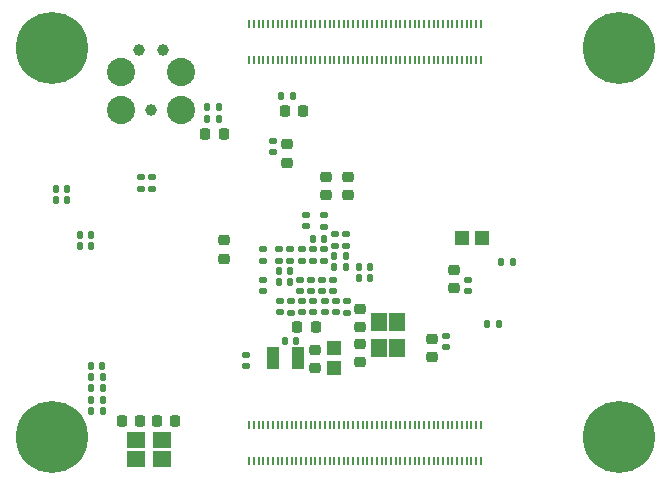
<source format=gbs>
%TF.GenerationSoftware,KiCad,Pcbnew,9.0.6-9.0.6~ubuntu24.04.1*%
%TF.CreationDate,2025-11-03T07:51:59+01:00*%
%TF.ProjectId,BB3plus CM5 STM32H7 module,42423370-6c75-4732-9043-4d352053544d,rev?*%
%TF.SameCoordinates,Original*%
%TF.FileFunction,Soldermask,Bot*%
%TF.FilePolarity,Negative*%
%FSLAX46Y46*%
G04 Gerber Fmt 4.6, Leading zero omitted, Abs format (unit mm)*
G04 Created by KiCad (PCBNEW 9.0.6-9.0.6~ubuntu24.04.1) date 2025-11-03 07:51:59*
%MOMM*%
%LPD*%
G01*
G04 APERTURE LIST*
G04 Aperture macros list*
%AMRoundRect*
0 Rectangle with rounded corners*
0 $1 Rounding radius*
0 $2 $3 $4 $5 $6 $7 $8 $9 X,Y pos of 4 corners*
0 Add a 4 corners polygon primitive as box body*
4,1,4,$2,$3,$4,$5,$6,$7,$8,$9,$2,$3,0*
0 Add four circle primitives for the rounded corners*
1,1,$1+$1,$2,$3*
1,1,$1+$1,$4,$5*
1,1,$1+$1,$6,$7*
1,1,$1+$1,$8,$9*
0 Add four rect primitives between the rounded corners*
20,1,$1+$1,$2,$3,$4,$5,0*
20,1,$1+$1,$4,$5,$6,$7,0*
20,1,$1+$1,$6,$7,$8,$9,0*
20,1,$1+$1,$8,$9,$2,$3,0*%
G04 Aperture macros list end*
%ADD10C,2.387600*%
%ADD11C,0.990600*%
%ADD12C,6.100000*%
%ADD13R,0.200000X0.700000*%
%ADD14RoundRect,0.140000X-0.170000X0.140000X-0.170000X-0.140000X0.170000X-0.140000X0.170000X0.140000X0*%
%ADD15RoundRect,0.102000X-0.700000X0.600000X-0.700000X-0.600000X0.700000X-0.600000X0.700000X0.600000X0*%
%ADD16RoundRect,0.140000X0.170000X-0.140000X0.170000X0.140000X-0.170000X0.140000X-0.170000X-0.140000X0*%
%ADD17RoundRect,0.140000X0.140000X0.170000X-0.140000X0.170000X-0.140000X-0.170000X0.140000X-0.170000X0*%
%ADD18RoundRect,0.140000X-0.140000X-0.170000X0.140000X-0.170000X0.140000X0.170000X-0.140000X0.170000X0*%
%ADD19RoundRect,0.225000X0.225000X0.250000X-0.225000X0.250000X-0.225000X-0.250000X0.225000X-0.250000X0*%
%ADD20RoundRect,0.225000X0.250000X-0.225000X0.250000X0.225000X-0.250000X0.225000X-0.250000X-0.225000X0*%
%ADD21RoundRect,0.225000X-0.250000X0.225000X-0.250000X-0.225000X0.250000X-0.225000X0.250000X0.225000X0*%
%ADD22RoundRect,0.135000X0.135000X0.185000X-0.135000X0.185000X-0.135000X-0.185000X0.135000X-0.185000X0*%
%ADD23RoundRect,0.225000X-0.225000X-0.250000X0.225000X-0.250000X0.225000X0.250000X-0.225000X0.250000X0*%
%ADD24RoundRect,0.135000X0.185000X-0.135000X0.185000X0.135000X-0.185000X0.135000X-0.185000X-0.135000X0*%
%ADD25RoundRect,0.135000X-0.185000X0.135000X-0.185000X-0.135000X0.185000X-0.135000X0.185000X0.135000X0*%
%ADD26RoundRect,0.057252X0.506248X0.556248X-0.506248X0.556248X-0.506248X-0.556248X0.506248X-0.556248X0*%
%ADD27RoundRect,0.048381X-0.459619X-0.891419X0.459619X-0.891419X0.459619X0.891419X-0.459619X0.891419X0*%
%ADD28RoundRect,0.102000X-0.600000X-0.700000X0.600000X-0.700000X0.600000X0.700000X-0.600000X0.700000X0*%
%ADD29RoundRect,0.135000X-0.135000X-0.185000X0.135000X-0.185000X0.135000X0.185000X-0.135000X0.185000X0*%
%ADD30RoundRect,0.057252X-0.556248X0.506248X-0.556248X-0.506248X0.556248X-0.506248X0.556248X0.506248X0*%
G04 APERTURE END LIST*
D10*
%TO.C,X1*%
X103460000Y-80955000D03*
D11*
X106000000Y-80955000D03*
D10*
X108540000Y-80955000D03*
X103460000Y-77780000D03*
X108540000Y-77780000D03*
D11*
X104984000Y-75875000D03*
X107016000Y-75875000D03*
%TD*%
D12*
%TO.C,SoM1*%
X97600000Y-108700000D03*
X145600000Y-108700000D03*
X97600000Y-75700000D03*
X145600000Y-75700000D03*
D13*
X114300000Y-110700000D03*
X114300000Y-107620000D03*
X114700000Y-110700000D03*
X114700000Y-107620000D03*
X115100000Y-110700000D03*
X115100000Y-107620000D03*
X115500000Y-110700000D03*
X115500000Y-107620000D03*
X115900000Y-110700000D03*
X115900000Y-107620000D03*
X116300000Y-110700000D03*
X116300000Y-107620000D03*
X116700000Y-110700000D03*
X116700000Y-107620000D03*
X117100000Y-110700000D03*
X117100000Y-107620000D03*
X117500000Y-110700000D03*
X117500000Y-107620000D03*
X117900000Y-110700000D03*
X117900000Y-107620000D03*
X118300000Y-110700000D03*
X118300000Y-107620000D03*
X118700000Y-110700000D03*
X118700000Y-107620000D03*
X119100000Y-110700000D03*
X119100000Y-107620000D03*
X119500000Y-110700000D03*
X119500000Y-107620000D03*
X119900000Y-110700000D03*
X119900000Y-107620000D03*
X120300000Y-110700000D03*
X120300000Y-107620000D03*
X120700000Y-110700000D03*
X120700000Y-107620000D03*
X121100000Y-110700000D03*
X121100000Y-107620000D03*
X121500000Y-110700000D03*
X121500000Y-107620000D03*
X121900000Y-110700000D03*
X121900000Y-107620000D03*
X122300000Y-110700000D03*
X122300000Y-107620000D03*
X122700000Y-110700000D03*
X122700000Y-107620000D03*
X123100000Y-110700000D03*
X123100000Y-107620000D03*
X123500000Y-110700000D03*
X123500000Y-107620000D03*
X123900000Y-110700000D03*
X123900000Y-107620000D03*
X124300000Y-110700000D03*
X124300000Y-107620000D03*
X124700000Y-110700000D03*
X124700000Y-107620000D03*
X125100000Y-110700000D03*
X125100000Y-107620000D03*
X125500000Y-110700000D03*
X125500000Y-107620000D03*
X125900000Y-110700000D03*
X125900000Y-107620000D03*
X126300000Y-110700000D03*
X126300000Y-107620000D03*
X126700000Y-110700000D03*
X126700000Y-107620000D03*
X127100000Y-110700000D03*
X127100000Y-107620000D03*
X127500000Y-110700000D03*
X127500000Y-107620000D03*
X127900000Y-110700000D03*
X127900000Y-107620000D03*
X128300000Y-110700000D03*
X128300000Y-107620000D03*
X128700000Y-110700000D03*
X128700000Y-107620000D03*
X129100000Y-110700000D03*
X129100000Y-107620000D03*
X129500000Y-110700000D03*
X129500000Y-107620000D03*
X129900000Y-110700000D03*
X129900000Y-107620000D03*
X130300000Y-110700000D03*
X130300000Y-107620000D03*
X130700000Y-110700000D03*
X130700000Y-107620000D03*
X131100000Y-110700000D03*
X131100000Y-107620000D03*
X131500000Y-110700000D03*
X131500000Y-107620000D03*
X131900000Y-110700000D03*
X131900000Y-107620000D03*
X132300000Y-110700000D03*
X132300000Y-107620000D03*
X132700000Y-110700000D03*
X132700000Y-107620000D03*
X133100000Y-110700000D03*
X133100000Y-107620000D03*
X133500000Y-110700000D03*
X133500000Y-107620000D03*
X133900000Y-110700000D03*
X133900000Y-107620000D03*
X114300000Y-76780000D03*
X114300000Y-73700000D03*
X114700000Y-76780000D03*
X114700000Y-73700000D03*
X115100000Y-76780000D03*
X115100000Y-73700000D03*
X115500000Y-76780000D03*
X115500000Y-73700000D03*
X115900000Y-76780000D03*
X115900000Y-73700000D03*
X116300000Y-76780000D03*
X116300000Y-73700000D03*
X116700000Y-76780000D03*
X116700000Y-73700000D03*
X117100000Y-76780000D03*
X117100000Y-73700000D03*
X117500000Y-76780000D03*
X117500000Y-73700000D03*
X117900000Y-76780000D03*
X117900000Y-73700000D03*
X118300000Y-76780000D03*
X118300000Y-73700000D03*
X118700000Y-76780000D03*
X118700000Y-73700000D03*
X119100000Y-76780000D03*
X119100000Y-73700000D03*
X119500000Y-76780000D03*
X119500000Y-73700000D03*
X119900000Y-76780000D03*
X119900000Y-73700000D03*
X120300000Y-76780000D03*
X120300000Y-73700000D03*
X120700000Y-76780000D03*
X120700000Y-73700000D03*
X121100000Y-76780000D03*
X121100000Y-73700000D03*
X121500000Y-76780000D03*
X121500000Y-73700000D03*
X121900000Y-76780000D03*
X121900000Y-73700000D03*
X122300000Y-76780000D03*
X122300000Y-73700000D03*
X122700000Y-76780000D03*
X122700000Y-73700000D03*
X123100000Y-76780000D03*
X123100000Y-73700000D03*
X123500000Y-76780000D03*
X123500000Y-73700000D03*
X123900000Y-76780000D03*
X123900000Y-73700000D03*
X124300000Y-76780000D03*
X124300000Y-73700000D03*
X124700000Y-76780000D03*
X124700000Y-73700000D03*
X125100000Y-76780000D03*
X125100000Y-73700000D03*
X125500000Y-76780000D03*
X125500000Y-73700000D03*
X125900000Y-76780000D03*
X125900000Y-73700000D03*
X126300000Y-76780000D03*
X126300000Y-73700000D03*
X126700000Y-76780000D03*
X126700000Y-73700000D03*
X127100000Y-76780000D03*
X127100000Y-73700000D03*
X127500000Y-76780000D03*
X127500000Y-73700000D03*
X127900000Y-76780000D03*
X127900000Y-73700000D03*
X128300000Y-76780000D03*
X128300000Y-73700000D03*
X128700000Y-76780000D03*
X128700000Y-73700000D03*
X129100000Y-76780000D03*
X129100000Y-73700000D03*
X129500000Y-76780000D03*
X129500000Y-73700000D03*
X129900000Y-76780000D03*
X129900000Y-73700000D03*
X130300000Y-76780000D03*
X130300000Y-73700000D03*
X130700000Y-76780000D03*
X130700000Y-73700000D03*
X131100000Y-76780000D03*
X131100000Y-73700000D03*
X131500000Y-76780000D03*
X131500000Y-73700000D03*
X131900000Y-76780000D03*
X131900000Y-73700000D03*
X132300000Y-76780000D03*
X132300000Y-73700000D03*
X132700000Y-76780000D03*
X132700000Y-73700000D03*
X133100000Y-76780000D03*
X133100000Y-73700000D03*
X133500000Y-76780000D03*
X133500000Y-73700000D03*
X133900000Y-76780000D03*
X133900000Y-73700000D03*
%TD*%
D14*
%TO.C,C26*%
X120620002Y-92783012D03*
X120620002Y-93743012D03*
%TD*%
D15*
%TO.C,Y2*%
X104675700Y-108900000D03*
X106875700Y-108900000D03*
X106875700Y-110500000D03*
X104675700Y-110500000D03*
%TD*%
D16*
%TO.C,C48*%
X105108614Y-87630000D03*
X105108614Y-86670000D03*
%TD*%
D17*
%TO.C,C43*%
X100909433Y-91580819D03*
X99949433Y-91580819D03*
%TD*%
%TO.C,C22*%
X118300000Y-100513012D03*
X117340000Y-100513012D03*
%TD*%
D18*
%TO.C,C71*%
X117030000Y-79830000D03*
X117990000Y-79830000D03*
%TD*%
D17*
%TO.C,C46*%
X100909433Y-92500819D03*
X99949433Y-92500819D03*
%TD*%
D18*
%TO.C,C12*%
X121510002Y-93343012D03*
X122470002Y-93343012D03*
%TD*%
D19*
%TO.C,C42*%
X108030700Y-107310000D03*
X106480700Y-107310000D03*
%TD*%
D20*
%TO.C,C10*%
X119830002Y-102863012D03*
X119830002Y-101313012D03*
%TD*%
D19*
%TO.C,C13*%
X119915002Y-99323012D03*
X118365002Y-99323012D03*
%TD*%
D18*
%TO.C,C35*%
X123600000Y-94260000D03*
X124560000Y-94260000D03*
%TD*%
D21*
%TO.C,C59*%
X129780000Y-100365000D03*
X129780000Y-101915000D03*
%TD*%
D22*
%TO.C,R14*%
X135440000Y-99070000D03*
X134420000Y-99070000D03*
%TD*%
D14*
%TO.C,C58*%
X130970000Y-100090000D03*
X130970000Y-101050000D03*
%TD*%
D23*
%TO.C,C41*%
X103520700Y-107310000D03*
X105070700Y-107310000D03*
%TD*%
D20*
%TO.C,C7*%
X112180000Y-93575000D03*
X112180000Y-92025000D03*
%TD*%
D16*
%TO.C,C34*%
X121540002Y-92453012D03*
X121540002Y-91493012D03*
%TD*%
%TO.C,C33*%
X119120002Y-90833012D03*
X119120002Y-89873012D03*
%TD*%
D14*
%TO.C,C14*%
X121390000Y-95340000D03*
X121390000Y-96300000D03*
%TD*%
D16*
%TO.C,C16*%
X120470000Y-96300000D03*
X120470000Y-95340000D03*
%TD*%
D14*
%TO.C,C24*%
X120710000Y-97160000D03*
X120710000Y-98120000D03*
%TD*%
D24*
%TO.C,R4*%
X117830002Y-98173012D03*
X117830002Y-97153012D03*
%TD*%
D16*
%TO.C,C25*%
X119550000Y-96300000D03*
X119550000Y-95340000D03*
%TD*%
%TO.C,C45*%
X106030000Y-87630000D03*
X106030000Y-86670000D03*
%TD*%
%TO.C,C56*%
X132850000Y-96315000D03*
X132850000Y-95355000D03*
%TD*%
D20*
%TO.C,C57*%
X131660000Y-96050000D03*
X131660000Y-94500000D03*
%TD*%
D16*
%TO.C,C36*%
X120620002Y-90843012D03*
X120620002Y-89883012D03*
%TD*%
D22*
%TO.C,R18*%
X101890000Y-105490000D03*
X100870000Y-105490000D03*
%TD*%
D17*
%TO.C,C8*%
X117740000Y-95550000D03*
X116780000Y-95550000D03*
%TD*%
D25*
%TO.C,R5*%
X122550000Y-97140000D03*
X122550000Y-98160000D03*
%TD*%
D23*
%TO.C,C72*%
X117300000Y-81030000D03*
X118850000Y-81030000D03*
%TD*%
D14*
%TO.C,C23*%
X118760002Y-97163012D03*
X118760002Y-98123012D03*
%TD*%
D19*
%TO.C,C70*%
X112125000Y-83030000D03*
X110575000Y-83030000D03*
%TD*%
D26*
%TO.C,FB5*%
X134020000Y-91800000D03*
X132320000Y-91800000D03*
%TD*%
D14*
%TO.C,C38*%
X119700002Y-92783012D03*
X119700002Y-93743012D03*
%TD*%
D27*
%TO.C,L1*%
X116347202Y-101983012D03*
X118430002Y-101983012D03*
%TD*%
D17*
%TO.C,C17*%
X120650002Y-91893012D03*
X119690002Y-91893012D03*
%TD*%
D16*
%TO.C,C21*%
X115440002Y-93743012D03*
X115440002Y-92783012D03*
%TD*%
D14*
%TO.C,C15*%
X116830000Y-92780000D03*
X116830000Y-93740000D03*
%TD*%
D16*
%TO.C,C28*%
X115440002Y-96303012D03*
X115440002Y-95343012D03*
%TD*%
D28*
%TO.C,Y1*%
X125250002Y-101143012D03*
X125250002Y-98943012D03*
X126850002Y-98943012D03*
X126850002Y-101143012D03*
%TD*%
D20*
%TO.C,C3*%
X123660002Y-102308012D03*
X123660002Y-100758012D03*
%TD*%
D17*
%TO.C,C69*%
X111720000Y-81700000D03*
X110760000Y-81700000D03*
%TD*%
D18*
%TO.C,C19*%
X121510002Y-94263012D03*
X122470002Y-94263012D03*
%TD*%
%TO.C,C32*%
X123600000Y-95180000D03*
X124560000Y-95180000D03*
%TD*%
D14*
%TO.C,C20*%
X117750000Y-92780000D03*
X117750000Y-93740000D03*
%TD*%
D17*
%TO.C,C44*%
X98909433Y-87660819D03*
X97949433Y-87660819D03*
%TD*%
D14*
%TO.C,C73*%
X116300000Y-83610000D03*
X116300000Y-84570000D03*
%TD*%
D29*
%TO.C,R17*%
X100870000Y-106430000D03*
X101890000Y-106430000D03*
%TD*%
%TO.C,R16*%
X100870000Y-103610000D03*
X101890000Y-103610000D03*
%TD*%
%TO.C,R15*%
X100870000Y-104550000D03*
X101890000Y-104550000D03*
%TD*%
D17*
%TO.C,C47*%
X98909433Y-88580819D03*
X97949433Y-88580819D03*
%TD*%
D14*
%TO.C,C27*%
X116900002Y-97163012D03*
X116900002Y-98123012D03*
%TD*%
D30*
%TO.C,FB1*%
X121470002Y-101158012D03*
X121470002Y-102858012D03*
%TD*%
D17*
%TO.C,C11*%
X117740000Y-94630000D03*
X116780000Y-94630000D03*
%TD*%
D20*
%TO.C,C40*%
X120800000Y-88175000D03*
X120800000Y-86625000D03*
%TD*%
%TO.C,C39*%
X122700000Y-88175000D03*
X122700000Y-86625000D03*
%TD*%
D14*
%TO.C,C30*%
X121620000Y-97160000D03*
X121620000Y-98120000D03*
%TD*%
D17*
%TO.C,C65*%
X136600000Y-93830000D03*
X135640000Y-93830000D03*
%TD*%
%TO.C,C55*%
X101830000Y-102670000D03*
X100870000Y-102670000D03*
%TD*%
D21*
%TO.C,C4*%
X123660002Y-97788012D03*
X123660002Y-99338012D03*
%TD*%
D16*
%TO.C,C18*%
X118630000Y-96300000D03*
X118630000Y-95340000D03*
%TD*%
D14*
%TO.C,C31*%
X114050000Y-101730000D03*
X114050000Y-102690000D03*
%TD*%
D22*
%TO.C,R23*%
X111740000Y-80740000D03*
X110720000Y-80740000D03*
%TD*%
D16*
%TO.C,C37*%
X122460002Y-92453012D03*
X122460002Y-91493012D03*
%TD*%
D14*
%TO.C,C9*%
X118780002Y-92783012D03*
X118780002Y-93743012D03*
%TD*%
%TO.C,C29*%
X119680002Y-97163012D03*
X119680002Y-98123012D03*
%TD*%
D21*
%TO.C,C74*%
X117490000Y-83885000D03*
X117490000Y-85435000D03*
%TD*%
M02*

</source>
